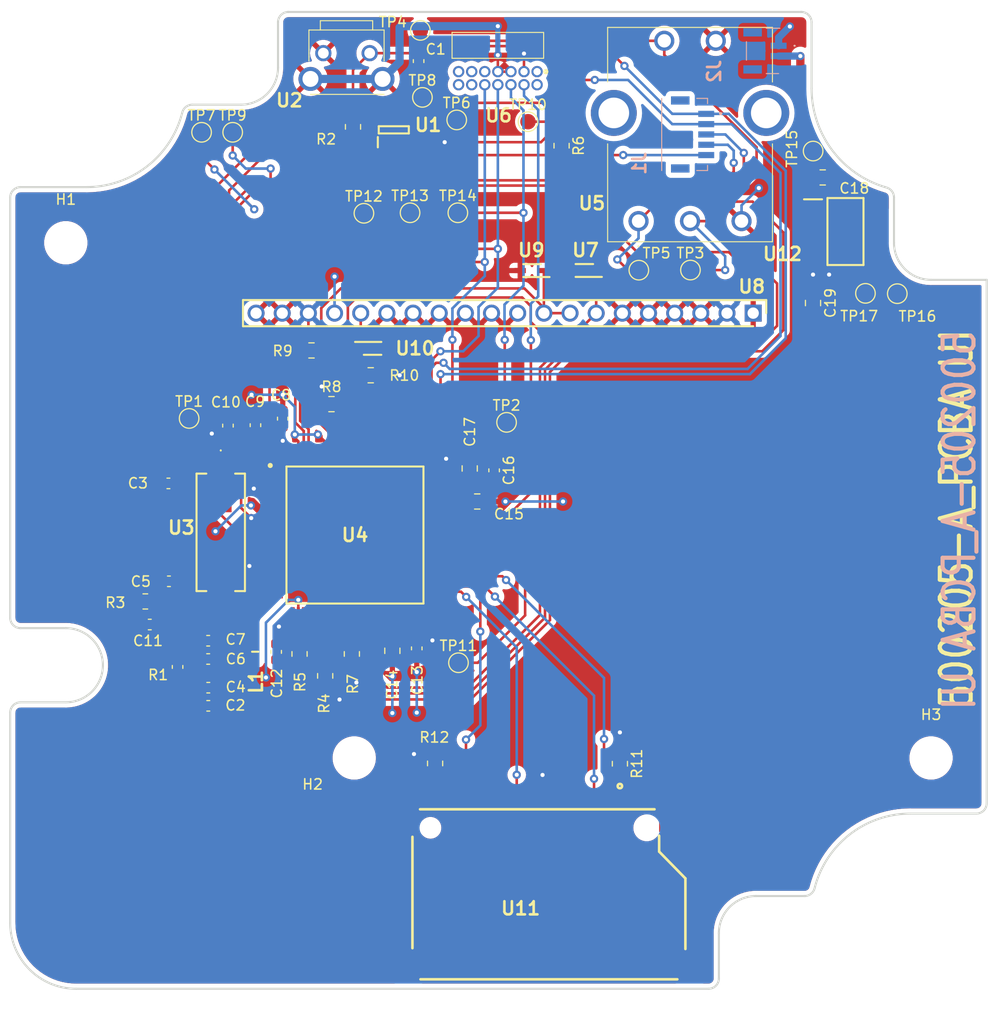
<source format=kicad_pcb>
(kicad_pcb (version 20240108) (generator "pcbnew") (generator_version "8.0")
  (layers (0 "F.Cu" signal) (31 "B.Cu" signal) (34 "B.Paste" user) (35 "F.Paste" user) (36 "B.SilkS" user "B.Silkscreen") (37 "F.SilkS" user "F.Silkscreen") (38 "B.Mask" user) (39 "F.Mask" user) (44 "Edge.Cuts" user))
  (net 0 "")
  (net 1 "Net-(C1-Pad1)")
  (net 2 "GND")
  (net 3 "Net-(C2-Pad1)")
  (net 4 "Net-(C3-Pad1)")
  (net 5 "Net-(C5-Pad1)")
  (net 6 "Net-(C6-Pad1)")
  (net 7 "+3V3")
  (net 8 "Net-(C14-Pad1)")
  (net 9 "Net-(C15-Pad1)")
  (net 10 "+5V")
  (net 11 "MTR_PID1")
  (net 12 "MTR_PID2")
  (net 13 "BLWR_PID")
  (net 14 "HTR_PID")
  (net 15 "THRM")
  (net 18 "Net-(L1-Pad2)")
  (net 19 "Net-(R3-Pad2)")
  (net 20 "CH{slash}B ENC")
  (net 21 "CH{slash}A ENC")
  (net 22 "SW ENC")
  (net 23 "SCL_DISP")
  (net 24 "SDA_DISP")
  (net 25 "{slash}RES_DISP")
  (net 26 "SD_CS")
  (net 27 "SD_CARD_DET")
  (net 28 "JTMS{slash}SWIO")
  (net 29 "JTDI")
  (net 30 "JTDO")
  (net 31 "SWCLK")
  (net 64 "SD_SCLK")
  (net 65 "SD_MISO")
  (net 66 "SD_MOSI")
  (footprint "Capacitor_SMD:C_0603_1608Metric" (layer "F.Cu") (at 71.83 119.94)
    (property "Reference" "C2")
    (property "Value" "100 nF")
  )
  (footprint "Resistor_SMD:R_0805_2012Metric" (layer "F.Cu") (at 93.85 125.53 -90)
    (property "Reference" "R12")
    (property "Value" "10K")
  )
  (footprint "TestPoint:TestPoint_Pad_D1.5mm" (layer "F.Cu") (at 138.72 79.94)
    (property "Reference" "TP16")
    (property "Value" "TestPoint")
  )
  (footprint "TestPoint:TestPoint_Pad_D1.5mm" (layer "F.Cu") (at 95.95 63.08)
    (property "Reference" "TP6")
    (property "Value" "TestPoint")
  )
  (footprint "PESD3V3L1BA:SOD2512X110N" (layer "F.Cu") (at 103.26 77.7 180)
    (property "Reference" "U9")
    (property "Value" "PESD3V3L1BA" (hide yes))
  )
  (footprint "Capacitor_SMD:C_0603_1608Metric" (layer "F.Cu") (at 71.83 118.18)
    (property "Reference" "C4")
    (property "Value" "100 nF")
  )
  (footprint "FTSH-107-01-L-D-RA:FTSH-107-XX-YYY-D-RA" (layer "F.Cu") (at 103.7525 58.3925 180)
    (property "Reference" "U6")
    (property "Value" "FTSH-107-01-L-D-RA" (hide yes))
  )
  (footprint "Capacitor_SMD:C_0603_1608Metric" (layer "F.Cu") (at 78.42 114.705 -90)
    (property "Reference" "C12")
    (property "Value" "100 nF")
  )
  (footprint "Capacitor_SMD:C_0603_1608Metric" (layer "F.Cu") (at 68.85 116.165 90)
    (property "Reference" "R1")
    (property "Value" "0 R")
  )
  (footprint "BAT54:SOT95P240X120-3N" (layer "F.Cu") (at 89.84 64.04 90)
    (property "Reference" "U1")
    (property "Value" "BAT54" (hide yes))
  )
  (footprint "TestPoint:TestPoint_Pad_D1.5mm" (layer "F.Cu") (at 92.42 54.39)
    (property "Reference" "TP4")
    (property "Value" "TestPoint")
  )
  (footprint "TestPoint:TestPoint_Pad_D1.5mm" (layer "F.Cu") (at 71.18 64.28)
    (property "Reference" "TP7")
    (property "Value" "TestPoint")
  )
  (footprint "TestPoint:TestPoint_Pad_D1.5mm" (layer "F.Cu") (at 130.55 66.1)
    (property "Reference" "TP15")
    (property "Value" "TestPoint")
  )
  (footprint "TestPoint:TestPoint_Pad_D1.5mm" (layer "F.Cu") (at 92.62 60.89)
    (property "Reference" "TP8")
    (property "Value" "TestPoint")
  )
  (footprint "Capacitor_SMD:C_0603_1608Metric" (layer "F.Cu") (at 99.58 97.085 -90)
    (property "Reference" "C16")
    (property "Value" "100 nF")
  )
  (footprint "Resistor_SMD:R_0805_2012Metric" (layer "F.Cu") (at 106.13 65.58 -90)
    (property "Reference" "R6")
    (property "Value" "10K")
  )
  (footprint "Capacitor_SMD:C_0603_1608Metric" (layer "F.Cu") (at 71.82 115.395)
    (property "Reference" "C6")
    (property "Value" "100 nF")
  )
  (footprint "TestPoint:TestPoint_Pad_D1.5mm" (layer "F.Cu") (at 74.2 64.28)
    (property "Reference" "TP9")
    (property "Value" "TestPoint")
  )
  (footprint "TestPoint:TestPoint_Pad_D1.5mm" (layer "F.Cu") (at 118.64 77.65)
    (property "Reference" "TP3")
    (property "Value" "TestPoint")
  )
  (footprint "Capacitor_SMD:C_0603_1608Metric" (layer "F.Cu") (at 92.25 57.37 -90)
    (property "Reference" "C1")
    (property "Value" "100 nF")
  )
  (footprint "DW-20-07-T-S-200:HDRV20W64P0X254_1X20_5080X254X1067P" (layer "F.Cu") (at 124.73 81.83)
    (property "Reference" "U8")
    (property "Value" "DW-20-07-T-S-200" (hide yes))
  )
  (footprint "MountingHole:MountingHole_3.2mm_M3" (layer "F.Cu") (at 142 125)
    (property "Reference" "H3")
    (property "Value" "3.2 mm Mounting Hole")
  )
  (footprint "TestPoint:TestPoint_Pad_D1.5mm" (layer "F.Cu") (at 96.06 72.09)
    (property "Reference" "TP14")
    (property "Value" "TestPoint")
  )
  (footprint "TestPoint:TestPoint_Pad_D1.5mm" (layer "F.Cu") (at 69.97 92.05)
    (property "Reference" "TP1")
    (property "Value" "TestPoint")
  )
  (footprint "Capacitor_SMD:C_0603_1608Metric" (layer "F.Cu") (at 66.15 112.05 180)
    (property "Reference" "C11")
    (property "Value" "100 nF")
  )
  (footprint "Capacitor_SMD:C_0603_1608Metric" (layer "F.Cu") (at 73.74 92.745 90)
    (property "Reference" "C10")
    (property "Value" "100 nF")
  )
  (footprint "BLM18KG121TN1D:BLM18EG101TH1D" (layer "F.Cu") (at 76.38 114.69 90)
    (property "Reference" "L1")
    (property "Value" "BLM18KG121TN1D" (hide yes))
  )
  (footprint "TestPoint:TestPoint_Pad_D1.5mm" (layer "F.Cu") (at 102.87 63.25)
    (property "Reference" "TP10")
    (property "Value" "TestPoint")
  )
  (footprint "PEC16-4215F-S0024:PEC164120FS0012" (layer "F.Cu") (at 113.6 72.9)
    (property "Reference" "U5")
    (property "Value" "PEC16-4215F-S0024" (hide yes))
  )
  (footprint "Capacitor_SMD:C_0603_1608Metric" (layer "F.Cu") (at 79.06 92.07 90)
    (property "Reference" "C8")
    (property "Value" "100 nF")
  )
  (footprint "TestPoint:TestPoint_Pad_D1.5mm" (layer "F.Cu") (at 96.12 115.76)
    (property "Reference" "TP11")
    (property "Value" "TestPoint")
  )
  (footprint "Capacitor_SMD:C_0805_2012Metric" (layer "F.Cu") (at 130.54 80.85 -90)
    (property "Reference" "C19")
    (property "Value" "1 uF")
  )
  (footprint "Capacitor_SMD:C_0805_2012Metric" (layer "F.Cu") (at 97.21 96.905 -90)
    (property "Reference" "C17")
    (property "Value" "10 uF")
  )
  (footprint "TestPoint:TestPoint_Pad_D1.5mm" (layer "F.Cu") (at 100.79 92.43)
    (property "Reference" "TP2")
    (property "Value" "TestPoint")
  )
  (footprint "ABLS2-12:ABLS" (layer "F.Cu") (at 73.04 103.105 -90)
    (property "Reference" "U3")
    (property "Value" "ABLS2-12.000MHZ-D4Y-T" (hide yes))
  )
  (footprint "Capacitor_SMD:C_0603_1608Metric" (layer "F.Cu") (at 76.41 92.705 90)
    (property "Reference" "C9")
    (property "Value" "100 nF")
  )
  (footprint "Capacitor_SMD:C_0805_2012Metric" (layer "F.Cu") (at 131.48 68.66)
    (property "Reference" "C18")
    (property "Value" "4.4 uF")
  )
  (footprint "MCP1826ST-3302E_DB:SOT230P700X180-4N" (layer "F.Cu") (at 133.69 73.91)
    (property "Reference" "U12")
    (property "Value" "MCP1826ST-3302E_DB" (hide yes))
  )
  (footprint "MountingHole:MountingHole_3.2mm_M3" (layer "F.Cu") (at 58 75)
    (property "Reference" "H1")
    (property "Value" "3.2 mm Mounting Hole")
  )
  (footprint "Capacitor_SMD:C_0805_2012Metric" (layer "F.Cu") (at 87.6 87.86 180)
    (property "Reference" "R10")
    (property "Value" "10K")
  )
  (footprint "Capacitor_SMD:C_0603_1608Metric" (layer "F.Cu") (at 68.01 107.855 180)
    (property "Reference" "C5")
    (property "Value" "18 pF")
  )
  (footprint "Capacitor_SMD:C_0603_1608Metric" (layer "F.Cu") (at 92.07 114.365 -90)
    (property "Reference" "C13")
    (property "Value" "100 nF")
  )
  (footprint "Resistor_SMD:R_0805_2012Metric" (layer "F.Cu") (at 111.79 125.56 -90)
    (property "Reference" "R11")
    (property "Value" "10K")
  )
  (footprint "B3F-3100:B3F3100" (layer "F.Cu") (at 85.25 54.35 180)
    (property "Reference" "U2")
    (property "Value" "B3F-3100" (hide yes))
  )
  (footprint "Resistor_SMD:R_0805_2012Metric" (layer "F.Cu") (at 65.72 109.81)
    (property "Reference" "R3")
    (property "Value" "1K")
  )
  (footprint "Resistor_SMD:R_0805_2012Metric" (layer "F.Cu") (at 83.18 117.0325 90)
    (property "Reference" "R4")
    (property "Value" "10K")
  )
  (footprint "TestPoint:TestPoint_Pad_D1.5mm" (layer "F.Cu") (at 135.63 79.91)
    (property "Reference" "TP17")
    (property "Value" "TestPoint")
  )
  (footprint "TestPoint:TestPoint_Pad_D1.5mm" (layer "F.Cu") (at 113.63 77.66)
    (property "Reference" "TP5")
    (property "Value" "TestPoint")
  )
  (footprint "Capacitor_SMD:C_0805_2012Metric" (layer "F.Cu") (at 89.7 114.6 -90)
    (property "Reference" "C14")
    (property "Value" "2.2 uF")
  )
  (footprint "6930630220911:693063020911" (layer "F.Cu") (at 104.9 129.9805)
    (property "Reference" "U11")
    (property "Value" "693063020911" (hide yes))
  )
  (footprint "Resistor_SMD:R_0805_2012Metric" (layer "F.Cu") (at 85.77 114.905 90)
    (property "Reference" "R7")
    (property "Value" "10K")
  )
  (footprint "Capacitor_SMD:C_0805_2012Metric" (layer "F.Cu") (at 83.79 90.66)
    (property "Reference" "R8")
    (property "Value" "10K")
  )
  (footprint "STM32F407VGT6:QFP50P1600X1600X160-100N" (layer "F.Cu") (at 86.07 103.365)
    (property "Reference" "U4")
    (property "Value" "STM32F407VGT6" (hide yes))
  )
  (footprint "PESD3V3L1BA:SOD2512X110N" (layer "F.Cu") (at 108.34 77.69 180)
    (property "Reference" "U7")
    (property "Value" "PESD3V3L1BA" (hide yes))
  )
  (footprint "PESD3V3L1BA:SOD2512X110N" (layer "F.Cu") (at 87.78 85.25)
    (property "Reference" "U10")
    (property "Value" "PESD3V3L1BA" (hide yes))
  )
  (footprint "MountingHole:MountingHole_3.2mm_M3" (layer "F.Cu") (at 86 125)
    (property "Reference" "H2")
    (property "Value" "3.2 mm Mounting Hole")
  )
  (footprint "Capacitor_SMD:C_0603_1608Metric" (layer "F.Cu") (at 67.96 98.355 180)
    (property "Reference" "C3")
    (property "Value" "18 pF")
  )
  (footprint "TestPoint:TestPoint_Pad_D1.5mm" (layer "F.Cu") (at 91.42 72.09)
    (property "Reference" "TP13")
    (property "Value" "TestPoint")
  )
  (footprint "Capacitor_SMD:C_0603_1608Metric" (layer "F.Cu") (at 71.82 113.625)
    (property "Reference" "C7")
    (property "Value" "100 nF")
  )
  (footprint "Capacitor_SMD:C_0805_2012Metric" (layer "F.Cu") (at 81.85 85.45)
    (property "Reference" "R9")
    (property "Value" "10K")
  )
  (footprint "Capacitor_SMD:C_0805_2012Metric" (layer "F.Cu") (at 97.94 100.11)
    (property "Reference" "C15")
    (property "Value" "2.2 uF")
  )
  (footprint "Resistor_SMD:R_0805_2012Metric" (layer "F.Cu") (at 80.69 114.905 90)
    (property "Reference" "R5")
    (property "Value" "10K")
  )
  (footprint "Resistor_SMD:R_0805_2012Metric" (layer "F.Cu") (at 85.88 63.75 90)
    (property "Reference" "R2")
    (property "Value" "10K")
  )
  (footprint "TestPoint:TestPoint_Pad_D1.5mm" (layer "F.Cu") (at 86.94 72.14)
    (property "Reference" "TP12")
    (property "Value" "TestPoint")
  )
  (footprint "T1M-02-F-SV-L:T1M02FSVL" (layer "B.Cu") (at 125.7 56.38 -90)
    (property "Reference" "J2")
    (property "Value" "T1M-02-F-SV-L" (hide yes))
  )
  (footprint "T1M-05-F-SV-L:T1M05FSVL" (layer "B.Cu") (at 116.75 64.49 -90)
    (property "Reference" "J1")
    (property "Value" "T1M-05-F-SV-L" (hide yes))
  )
  (gr_arc (start 130.693266 137.645283) (mid 134.102767 132.424867) (end 140 130.4) (stroke (width 0.2)) (layer "Edge.Cuts"))
  (gr_arc (start 69.306735 62.354717) (mid 69.661891 61.810924) (end 70.276186 61.6) (stroke (width 0.2)) (layer "Edge.Cuts"))
  (gr_arc (start 69.306735 62.354717) (mid 65.897233 67.575133) (end 60 69.6) (stroke (width 0.2)) (layer "Edge.Cuts"))
  (gr_line (start 130.4 60.016995) (end 130.4 53.6) (stroke (width 0.2)) (layer "Edge.Cuts"))
  (gr_line (start 146.4 130.4) (end 140 130.4) (stroke (width 0.2)) (layer "Edge.Cuts"))
  (gr_line (start 138.4 70.6) (end 138.4 75) (stroke (width 0.2)) (layer "Edge.Cuts"))
  (gr_arc (start 52.6 70.6) (mid 52.892894 69.892894) (end 53.6 69.6) (stroke (width 0.2)) (layer "Edge.Cuts"))
  (gr_arc (start 59 147.4) (mid 54.474517 145.525483) (end 52.6 141) (stroke (width 0.2)) (layer "Edge.Cuts"))
  (gr_arc (start 78.6 58) (mid 77.545585 60.545585) (end 75 61.6) (stroke (width 0.2)) (layer "Edge.Cuts"))
  (gr_arc (start 129.4 52.6) (mid 130.107106 52.892894) (end 130.4 53.6) (stroke (width 0.2)) (layer "Edge.Cuts"))
  (gr_arc (start 121.4 142) (mid 122.454416 139.454416) (end 125 138.4) (stroke (width 0.2)) (layer "Edge.Cuts"))
  (gr_arc (start 58 112.4) (mid 61.6 116) (end 58 119.6) (stroke (width 0.2)) (layer "Edge.Cuts"))
  (gr_arc (start 142 78.6) (mid 139.454416 77.545584) (end 138.4 75) (stroke (width 0.2)) (layer "Edge.Cuts"))
  (gr_arc (start 52.6 120.6) (mid 52.892894 119.892894) (end 53.6 119.6) (stroke (width 0.2)) (layer "Edge.Cuts"))
  (gr_arc (start 130.693266 137.645283) (mid 130.33811 138.189077) (end 129.723814 138.4) (stroke (width 0.2)) (layer "Edge.Cuts"))
  (gr_arc (start 121.4 146.4) (mid 121.107107 147.107107) (end 120.4 147.4) (stroke (width 0.2)) (layer "Edge.Cuts"))
  (gr_line (start 52.6 70.6) (end 52.6 111.4) (stroke (width 0.2)) (layer "Edge.Cuts"))
  (gr_arc (start 137.672727 69.637909) (mid 138.197724 69.996978) (end 138.4 70.6) (stroke (width 0.2)) (layer "Edge.Cuts"))
  (gr_arc (start 147.4 129.4) (mid 147.107107 130.107107) (end 146.4 130.4) (stroke (width 0.2)) (layer "Edge.Cuts"))
  (gr_line (start 121.4 146.4) (end 121.4 142) (stroke (width 0.2)) (layer "Edge.Cuts"))
  (gr_arc (start 78.6 53.6) (mid 78.892894 52.892894) (end 79.6 52.6) (stroke (width 0.2)) (layer "Edge.Cuts"))
  (gr_line (start 147.4 78.6) (end 147.4 129.4) (stroke (width 0.2)) (layer "Edge.Cuts"))
  (gr_line (start 70.276186 61.6) (end 75 61.6) (stroke (width 0.2)) (layer "Edge.Cuts"))
  (gr_line (start 58 112.4) (end 53.6 112.4) (stroke (width 0.2)) (layer "Edge.Cuts"))
  (gr_line (start 147.4 78.6) (end 142 78.6) (stroke (width 0.2)) (layer "Edge.Cuts"))
  (gr_line (start 120.4 147.4) (end 59 147.4) (stroke (width 0.2)) (layer "Edge.Cuts"))
  (gr_line (start 78.6 53.6) (end 78.6 58) (stroke (width 0.2)) (layer "Edge.Cuts"))
  (gr_line (start 52.6 120.6) (end 52.6 141) (stroke (width 0.2)) (layer "Edge.Cuts"))
  (gr_arc (start 53.6 112.4) (mid 52.892893 112.107107) (end 52.6 111.4) (stroke (width 0.2)) (layer "Edge.Cuts"))
  (gr_line (start 129.4 52.6) (end 79.6 52.6) (stroke (width 0.2)) (layer "Edge.Cuts"))
  (gr_line (start 129.723814 138.4) (end 125 138.4) (stroke (width 0.2)) (layer "Edge.Cuts"))
  (gr_line (start 53.6 69.6) (end 60 69.6) (stroke (width 0.2)) (layer "Edge.Cuts"))
  (gr_line (start 58 119.6) (end 53.6 119.6) (stroke (width 0.2)) (layer "Edge.Cuts"))
  (gr_arc (start 137.672727 69.637909) (mid 132.42276 66.047222) (end 130.4 60.016995) (stroke (width 0.2)) (layer "Edge.Cuts"))
  (gr_text "500205-A_PCBA UI" (at 144.75 101.94 90) (layer "B.SilkS") (effects (font (size 3 2.5) (thickness 0.4)) (justify mirror)))
  (gr_text "500205-A_PCBA UI" (at 144.48 101.81 90) (layer "F.SilkS") (effects (font (size 3 2.5) (thickness 0.4))))
  (gr_text "" (at 105.85 149.664 0) (layer "Edge.Cuts") (effects (font (size 3.047999 2.7432) (thickness 0.380999)) (justify top)))
  (segment (start 79.3125 62.8375) (end 63.34 78.81) (width 0.25) (layer "F.Cu") (net 1))
  (segment (start 63.34 78.81) (end 63.34 108.3425) (width 0.25) (layer "F.Cu") (net 1))
  (segment (start 87.5 56.6) (end 92.245 56.6) (width 0.25) (layer "F.Cu") (net 1))
  (segment (start 92.245 56.6) (end 92.25 56.595) (width 0.25) (layer "F.Cu") (net 1))
  (segment (start 85.88 62.8375) (end 79.3125 62.8375) (width 0.25) (layer "F.Cu") (net 1))
  (segment (start 85.8825 62.84) (end 89.84 62.84) (width 0.25) (layer "F.Cu") (net 1))
  (segment (start 85.88 62.8375) (end 85.8825 62.84) (width 0.25) (layer "F.Cu") (net 1))
  (segment (start 85.88 58.22) (end 85.88 62.8375) (width 0.25) (layer "F.Cu") (net 1))
  (segment (start 87.5 56.6) (end 85.88 58.22) (width 0.25) (layer "F.Cu") (net 1))
  (segment (start 63.34 108.3425) (end 64.8075 109.81) (width 0.25) (layer "F.Cu") (net 1))
  (segment (start 86.22 112.97) (end 87.12 112.97) (width 0.25) (layer "F.Cu") (net 2))
  (segment (start 136.84 73.91) (end 136.84 78.06) (width 0.25) (layer "F.Cu") (net 2))
  (segment (start 98.89 100.11) (end 100.68 100.11) (width 0.25) (layer "F.Cu") (net 2))
  (segment (start 99.9425 56.7925) (end 99.94 56.79) (width 0.25) (layer "F.Cu") (net 2))
  (segment (start 79.06 91.295) (end 79.06 89.75) (width 0.25) (layer "F.Cu") (net 2))
  (segment (start 97.2 97.865) (end 97.21 97.855) (width 0.25) (layer "F.Cu") (net 2))
  (segment (start 80.57 107.89) (end 80.57 109.66) (width 0.25) (layer "F.Cu") (net 2))
  (segment (start 80.57 111.103) (end 80.57 109.66) (width 0.25) (layer "F.Cu") (net 2))
  (segment (start 83.07 95.627) (end 83.07 94.21) (width 0.25) (layer "F.Cu") (net 2))
  (segment (start 80.57 94.27) (end 80.57 95.627) (width 0.25) (layer "F.Cu") (net 2))
  (segment (start 99.9425 58.3925) (end 101.2125 58.3925) (width 0.25) (layer "F.Cu") (net 2))
  (segment (start 87.12 112.97) (end 89.7 115.55) (width 0.25) (layer "F.Cu") (net 2))
  (segment (start 92.07 115.14) (end 92.07 116.66) (width 0.25) (layer "F.Cu") (net 2))
  (segment (start 83.07 94.21) (end 82.47 93.61) (width 0.25) (layer "F.Cu") (net 2))
  (segment (start 97.21 97.855) (end 99.575 97.855) (width 0.25) (layer "F.Cu") (net 2))
  (segment (start 77.345 101.865) (end 75.97 100.49) (width 0.25) (layer "F.Cu") (net 2))
  (segment (start 79.545 106.865) (end 80.57 107.89) (width 0.25) (layer "F.Cu") (net 2))
  (segment (start 83.07 95.627) (end 83.07 105.39) (width 0.25) (layer "F.Cu") (net 2))
  (segment (start 85.57 111.103) (end 85.57 112.32) (width 0.25) (layer "F.Cu") (net 2))
  (segment (start 99.9425 58.3925) (end 99.9425 56.7925) (width 0.25) (layer "F.Cu") (net 2))
  (segment (start 93.808 97.865) (end 97.2 97.865) (width 0.25) (layer "F.Cu") (net 2))
  (segment (start 89.7 115.55) (end 91.66 115.55) (width 0.25) (layer "F.Cu") (net 2))
  (segment (start 89.7 115.55) (end 89.7 117.07) (width 0.25) (layer "F.Cu") (net 2))
  (segment (start 136.84 78.06) (end 138.72 79.94) (width 0.25) (layer "F.Cu") (net 2))
  (segment (start 99.575 97.855) (end 99.58 97.86) (width 0.25) (layer "F.Cu") (net 2))
  (segment (start 85.57 112.32) (end 86.22 112.97) (width 0.25) (layer "F.Cu") (net 2))
  (segment (start 78.332 106.865) (end 79.545 106.865) (width 0.25) (layer "F.Cu") (net 2))
  (segment (start 80.23 93.61) (end 80.23 93.93) (width 0.25) (layer "F.Cu") (net 2))
  (segment (start 78.332 101.865) (end 77.345 101.865) (width 0.25) (layer "F.Cu") (net 2))
  (segment (start 83.07 105.39) (end 80.57 107.89) (width 0.25) (layer "F.Cu") (net 2))
  (segment (start 80.23 93.93) (end 80.57 94.27) (width 0.25) (layer "F.Cu") (net 2))
  (segment (start 91.66 115.55) (end 92.07 115.14) (width 0.25) (layer "F.Cu") (net 2))
  (via (at 82.47 93.61) (size 0.8) (drill 0.4) (layers "F.Cu" "B.Cu") (net 2))
  (via (at 76.03 89.75) (size 0.8) (drill 0.4) (layers "F.Cu" "B.Cu") (net 2))
  (via (at 84.09 78.28) (size 0.8) (drill 0.4) (layers "F.Cu" "B.Cu") (net 2))
  (via (at 89.7 117.07) (size 0.8) (drill 0.4) (layers "F.Cu" "B.Cu") (net 2))
  (via (at 75.97 100.49) (size 0.8) (drill 0.4) (layers "F.Cu" "B.Cu") (net 2))
  (via (at 128.29 54.01) (size 0.8) (drill 0.4) (layers "F.Cu" "B.Cu") (net 2))
  (via (at 125.28 69.69) (size 0.8) (drill 0.4) (layers "F.Cu" "B.Cu") (net 2))
  (via (at 77.43 117.19) (size 0.8) (drill 0.4) (layers "F.Cu" "B.Cu") (net 2))
  (via (at 80.23 93.61) (size 0.8) (drill 0.4) (layers "F.Cu" "B.Cu") (net 2))
  (via (at 100.68 100.11) (size 0.8) (drill 0.4) (layers "F.Cu" "B.Cu") (net 2))
  (via (at 72.53 103) (size 0.8) (drill 0.4) (layers "F.Cu" "B.Cu") (net 2))
  (via (at 92.07 120.6) (size 0.8) (drill 0.4) (layers "F.Cu" "B.Cu") (net 2))
  (via (at 79.06 89.75) (size 0.8) (drill 0.4) (layers "F.Cu" "B.Cu") (net 2))
  (via (at 92.07 116.66) (size 0.8) (drill 0.4) (layers "F.Cu" "B.Cu") (net 2))
  (via (at 89.7 120.64) (size 0.8) (drill 0.4) (layers "F.Cu" "B.Cu") (net 2))
  (via (at 99.94 53.98) (size 0.8) (drill 0.4) (layers "F.Cu" "B.Cu") (net 2))
  (via (at 99.94 56.79) (size 0.8) (drill 0.4) (layers "F.Cu" "B.Cu") (net 2))
  (via (at 106.27 100.11) (size 0.8) (drill 0.4) (layers "F.Cu" "B.Cu") (net 2))
  (via (at 80.57 109.66) (size 0.8) (drill 0.4) (layers "F.Cu" "B.Cu") (net 2))
  (segment (start 127.2 55.88) (end 127.2 55.1) (width 0.7) (layer "B.Cu") (net 2))
  (segment (start 100.68 100.11) (end 106.27 100.11) (width 0.25) (layer "B.Cu") (net 2))
  (segment (start 75.97 100.49) (end 75.04 100.49) (width 0.25) (layer "B.Cu") (net 2))
  (segment (start 90.4 54.12) (end 90.54 53.98) (width 0.8) (layer "B.Cu") (net 2))
  (segment (start 89.7 117.07) (end 89.7 120.64) (width 0.25) (layer "B.Cu") (net 2))
  (segment (start 79.06 89.75) (end 76.03 89.75) (width 0.25) (layer "B.Cu") (net 2))
  (segment (start 127.2 55.1) (end 128.29 54.01) (width 0.7) (layer "B.Cu") (net 2))
  (segment (start 88.75 59.1) (end 81.75 59.1) (width 0.8) (layer "B.Cu") (net 2))
  (segment (start 123.6 72.9) (end 123.6 71.37) (width 0.25) (layer "B.Cu") (net 2))
  (segment (start 90.54 53.98) (end 99.94 53.98) (width 0.8) (layer "B.Cu") (net 2))
  (segment (start 80.23 90.92) (end 79.06 89.75) (width 0.25) (layer "B.Cu") (net 2))
  (segment (start 80.57 109.66) (end 79.64 109.66) (width 0.25) (layer "B.Cu") (net 2))
  (segment (start 79.64 109.66) (end 77.52 111.78) (width 0.25) (layer "B.Cu") (net 2))
  (segment (start 82.47 93.61) (end 80.23 93.61) (width 0.25) (layer "B.Cu") (net 2))
  (segment (start 77.43 111.87) (end 77.43 117.19) (width 0.25) (layer "B.Cu") (net 2))
  (segment (start 92.07 116.66) (end 92.07 120.6) (width 0.25) (layer "B.Cu") (net 2))
  (segment (start 90.4 57.45) (end 90.4 54.12) (width 0.8) (layer "B.Cu") (net 2))
  (segment (start 99.94 56.79) (end 99.94 53.98) (width 0.5) (layer "B.Cu") (net 2))
  (segment (start 80.23 93.61) (end 80.23 90.92) (width 0.25) (layer "B.Cu") (net 2))
  (segment (start 75.04 100.49) (end 72.53 103) (width 0.25) (layer "B.Cu") (net 2))
  (segment (start 123.6 71.37) (end 125.28 69.69) (width 0.25) (layer "B.Cu") (net 2))
  (segment (start 88.75 59.1) (end 90.4 57.45) (width 0.8) (layer "B.Cu") (net 2))
  (segment (start 77.52 111.78) (end 77.43 111.87) (width 0.25) (layer "B.Cu") (net 2))
  (segment (start 84.09 81.83) (end 84.09 78.28) (width 0.25) (layer "B.Cu") (net 2))
  (segment (start 76.375 115.365) (end 74.6 117.14) (width 0.25) (layer "F.Cu") (net 3))
  (segment (start 72.095 117.14) (end 71.055 118.18) (width 0.25) (layer "F.Cu") (net 3))
  (segment (start 68.85 116.94) (end 69.815 116.94) (width 0.25) (layer "F.Cu") (net 3))
  (segment (start 69.815 116.94) (end 71.055 118.18) (width 0.25) (layer "F.Cu") (net 3))
  (segment (start 74.6 117.14) (end 72.095 117.14) (width 0.25) (layer "F.Cu") (net 3))
  (segment (start 76.38 115.365) (end 76.375 115.365) (width 0.25) (layer "F.Cu") (net 3))
  (segment (start 71.055 118.18) (end 71.055 119.94) (width 0.25) (layer "F.Cu") (net 3))
  (segment (start 74.51 102.865) (end 78.332 102.865) (width 0.25) (layer "F.Cu") (net 4))
  (segment (start 73.04 101.395) (end 73.04 98.355) (width 0.25) (layer "F.Cu") (net 4))
  (segment (start 68.735 98.355) (end 73.04 98.355) (width 0.25) (layer "F.Cu") (net 4))
  (segment (start 74.51 102.865) (end 73.04 101.395) (width 0.25) (layer "F.Cu") (net 4))
  (segment (start 68.785 107.855) (end 73.04 107.855) (width 0.25) (layer "F.Cu") (net 5))
  (segment (start 74.51 103.365) (end 73.04 104.835) (width 0.25) (layer "F.Cu") (net 5))
  (segment (start 73.04 104.835) (end 73.04 107.855) (width 0.25) (layer "F.Cu") (net 5))
  (segment (start 78.332 103.365) (end 74.51 103.365) (width 0.25) (layer "F.Cu") (net 5))
  (segment (start 75.29 115.49) (end 74.37 116.41) (width 0.25) (layer "F.Cu") (net 6))
  (segment (start 71.04 115.39) (end 71.045 115.395) (width 0.25) (layer "F.Cu") (net 6))
  (segment (start 78.332 107.365) (end 76.255 107.365) (width 0.25) (layer "F.Cu") (net 6))
  (segment (start 68.85 115.39) (end 71.04 115.39) (width 0.25) (layer "F.Cu") (net 6))
  (segment (start 75.68 113.22) (end 75.29 113.61) (width 0.25) (layer "F.Cu") (net 6))
  (segment (start 71.045 113.625) (end 71.045 115.395) (width 0.25) (layer "F.Cu") (net 6))
  (segment (start 75.68 107.94) (end 75.68 113.22) (width 0.25) (layer "F.Cu") (net 6))
  (segment (start 72.06 116.41) (end 71.045 115.395) (width 0.25) (layer "F.Cu") (net 6))
  (segment (start 76.255 107.365) (end 75.68 107.94) (width 0.25) (layer "F.Cu") (net 6))
  (segment (start 75.29 113.61) (end 75.29 115.49) (width 0.25) (layer "F.Cu") (net 6))
  (segment (start 74.37 116.41) (end 72.06 116.41) (width 0.25) (layer "F.Cu") (net 6))
  (segment (start 75.82 106.37) (end 75.23 106.96) (width 0.25) (layer "F.Cu") (net 7))
  (segment (start 81.55 84.8) (end 80.9 85.45) (width 0.25) (layer "F.Cu") (net 7))
  (segment (start 78.332 99.865) (end 77.255 99.865) (width 0.25) (layer "F.Cu") (net 7))
  (segment (start 83.18 117.945) (end 83.185 117.945) (width 0.25) (layer "F.Cu") (net 7))
  (segment (start 92.07 113.59) (end 92.07 111.103) (width 0.25) (layer "F.Cu") (net 7))
  (segment (start 79.37 112.93) (end 78.69 112.25) (width 0.25) (layer "F.Cu") (net 7))
  (segment (start 87.58 65.24) (end 88.89 65.24) (width 0.25) (layer "F.Cu") (net 7))
  (segment (start 104.275 128.9805) (end 104.275 126.655) (width 0.25) (layer "F.Cu") (net 7))
  (segment (start 81.07 112.139522) (end 80.274522 112.935) (width 0.25) (layer "F.Cu") (net 7))
  (segment (start 80.07 95.627) (end 79.707 95.627) (width 0.25) (layer "F.Cu") (net 7))
  (segment (start 75.23 106.96) (end 75.22 106.96) (width 0.25) (layer "F.Cu") (net 7))
  (segment (start 99.225 95.955) (end 99.58 96.31) (width 0.25) (layer "F.Cu") (net 7))
  (segment (start 90.79 65.24) (end 94.78 65.24) (width 0.25) (layer "F.Cu") (net 7))
  (segment (start 85.88 64.6625) (end 87.0025 64.6625) (width 0.25) (layer "F.Cu") (net 7))
  (segment (start 102.48 56.64) (end 102.48 58.39) (width 0.25) (layer "F.Cu") (net 7))
  (segment (start 78.42 113.93) (end 80.3075 115.8175) (width 0.25) (layer "F.Cu") (net 7))
  (segment (start 75.825 106.365) (end 75.82 106.37) (width 0.25) (layer "F.Cu") (net 7))
  (segment (start 76.34 93.48) (end 76.41 93.48) (width 0.25) (layer "F.Cu") (net 7))
  (segment (start 82.84 90.66) (end 82.84 88.95) (width 0.25) (layer "F.Cu") (net 7))
  (segment (start 79.707 95.627) (end 79.06 94.98) (width 0.25) (layer "F.Cu") (net 7))
  (segment (start 77.255 99.865) (end 76.25 98.86) (width 0.25) (layer "F.Cu") (net 7))
  (segment (start 135.63 79.91) (end 130.55 79.91) (width 0.25) (layer "F.Cu") (net 7))
  (segment (start 76.64 102.365) (end 76.64 102.36) (width 0.25) (layer "F.Cu") (net 7))
  (segment (start 67.34 111.635) (end 66.925 112.05) (width 0.25) (layer "F.Cu") (net 7))
  (segment (start 74.605718 111.635) (end 67.34 111.635) (width 0.25) (layer "F.Cu") (net 7))
  (segment (start 98.45 92.43) (end 94.92 95.96) (width 0.25) (layer "F.Cu") (net 7))
  (segment (start 72.17 93.52) (end 71.44 93.52) (width 0.25) (layer "F.Cu") (net 7))
  (segment (start 83.185 117.945) (end 84.57 119.33) (width 0.25) (layer "F.Cu") (net 7))
  (segment (start 93.808 97.365) (end 93.808 97.072) (width 0.25) (layer "F.Cu") (net 7))
  (segment (start 75.21952 111.021198) (end 74.605718 111.635) (width 0.25) (layer "F.Cu") (net 7))
  (segment (start 79.06 92.845) (end 79.06 94.22) (width 0.25) (layer "F.Cu") (net 7))
  (segment (start 80.274522 112.935) (end 79.37 112.935) (width 0.25) (layer "F.Cu") (net 7))
  (segment (start 92.07 113.59) (end 93.59 113.59) (width 0.25) (layer "F.Cu") (net 7))
  (segment (start 81.55 81.83) (end 81.55 84.8) (width 0.25) (layer "F.Cu") (net 7))
  (segment (start 76.25 93.64) (end 76.41 93.48) (width 0.25) (layer "F.Cu") (net 7))
  (segment (start 94.78 65.24) (end 104.13 65.24) (width 0.25) (layer "F.Cu") (net 7))
  (segment (start 79.37 112.935) (end 78.42 113.885) (width 0.25) (layer "F.Cu") (net 7))
  (segment (start 75.02 100.745) (end 75.02 94.8) (width 0.25) (layer "F.Cu") (net 7))
  (segment (start 75.21952 106.96048) (end 75.21952 111.021198) (width 0.25) (layer "F.Cu") (net 7))
  (segment (start 85.77 115.8175) (end 85.77 117.24) (width 0.25) (layer "F.Cu") (net 7))
  (segment (start 100.79 92.43) (end 98.45 92.43) (width 0.25) (layer "F.Cu") (net 7))
  (segment (start 88.89 65.24) (end 90.79 65.24) (width 0.25) (layer "F.Cu") (net 7))
  (segment (start 79.06 94.98) (end 79.06 94.22) (width 0.25) (layer "F.Cu") (net 7))
  (segment (start 111.79 124.6475) (end 111.79 122.52) (width 0.25) (layer "F.Cu") (net 7))
  (segment (start 85.77 117.24) (end 86.21 117.68) (width 0.25) (layer "F.Cu") (net 7))
  (segment (start 73.74 93.52) (end 72.17 93.52) (width 0.25) (layer "F.Cu") (net 7))
  (segment (start 81.07 111.103) (end 81.07 112.139522) (width 0.25) (layer "F.Cu") (net 7))
  (segment (start 104.13 65.24) (end 104.7025 64.6675) (width 0.25) (layer "F.Cu") (net 7))
  (segment (start 78.332 102.365) (end 76.64 102.365) (width 0.25) (layer "F.Cu") (net 7))
  (segment (start 106.13 64.6675) (end 104.7025 64.6675) (width 0.25) (layer "F.Cu") (net 7))
  (segment (start 130.54 78.09) (end 132.1 78.09) (width 1) (layer "F.Cu") (net 7))
  (segment (start 104.275 126.655) (end 104.28 126.65) (width 0.25) (layer "F.Cu") (net 7))
  (segment (start 79.37 112.935) (end 79.37 112.93) (width 0.25) (layer "F.Cu") (net 7))
  (segment (start 97.21 95.955) (end 94.925 95.955) (width 0.25) (layer "F.Cu") (net 7))
  (segment (start 78.42 113.885) (end 78.42 113.93) (width 0.25) (layer "F.Cu") (net 7))
  (segment (start 88.55 87.86) (end 90.41 87.86) (width 0.25) (layer "F.Cu") (net 7))
  (segment (start 91.8025 124.6175) (end 91.8 124.62) (width 0.25) (layer "F.Cu") (net 7))
  (segment (start 78.332 106.365) (end 75.825 106.365) (width 0.25) (layer "F.Cu") (net 7))
  (segment (start 87.0025 64.6625) (end 87.58 65.24) (width 0.25) (layer "F.Cu") (net 7))
  (segment (start 102.48 58.39) (end 102.4825 58.3925) (width 0.25) (layer "F.Cu") (net 7))
  (segment (start 93.808 97.072) (end 94.92 95.96) (width 0.25) (layer "F.Cu") (net 7))
  (segment (start 75.02 100.745) (end 75.025 100.745) (width 0.25) (layer "F.Cu") (net 7))
  (segment (start 71.44 93.52) (end 69.97 92.05) (width 0.25) (layer "F.Cu") (net 7))
  (segment (start 76.25 98.86) (end 76.25 93.64) (width 0.25) (layer "F.Cu") (net 7))
  (segment (start 97.21 95.955) (end 99.225 95.955) (width 0.25) (layer "F.Cu") (net 7))
  (segment (start 130.54 78.09) (end 130.54 79.9) (width 1) (layer "F.Cu") (net 7))
  (segment (start 75.22 106.96) (end 75.21952 106.96048) (width 0.25) (layer "F.Cu") (net 7))
  (segment (start 130.55 79.91) (end 130.54 79.9) (width 0.25) (layer "F.Cu") (net 7))
  (segment (start 76.64 102.36) (end 76 101.72) (width 0.25) (layer "F.Cu") (net 7))
  (segment (start 94.925 95.955) (end 94.92 95.96) (width 0.25) (layer "F.Cu") (net 7))
  (segment (start 80.3075 115.8175) (end 80.69 115.8175) (width 0.25) (layer "F.Cu") (net 7))
  (segment (start 93.85 124.6175) (end 91.8025 124.6175) (width 0.25) (layer "F.Cu") (net 7))
  (segment (start 75.025 100.745) (end 76 101.72) (width 0.25) (layer "F.Cu") (net 7))
  (segment (start 75.02 94.8) (end 73.74 93.52) (width 0.25) (layer "F.Cu") (net 7))
  (segment (start 130.54 76.21) (end 130.54 78.09) (width 1) (layer "F.Cu") (net 7))
  (via (at 93.59 113.59) (size 0.8) (drill 0.4) (layers "F.Cu" "B.Cu") (net 7))
  (via (at 132.1 78.09) (size 0.8) (drill 0.4) (layers "F.Cu" "B.Cu") (net 7))
  (via (at 104.28 126.65) (size 0.8) (drill 0.4) (layers "F.Cu" "B.Cu") (net 7))
  (via (at 76 101.72) (size 0.8) (drill 0.4) (layers "F.Cu" "B.Cu") (net 7))
  (via (at 102.48 56.64) (size 0.8) (drill 0.4) (layers "F.Cu" "B.Cu") (net 7))
  (via (at 76.25 98.86) (size 0.8) (drill 0.4) (layers "F.Cu" "B.Cu") (net 7))
  (via (at 84.57 119.33) (size 0.8) (drill 0.4) (layers "F.Cu" "B.Cu") (net 7))
  (via (at 82.84 88.95) (size 0.8) (drill 0.4) (layers "F.Cu" "B.Cu") (net 7))
  (via (at 78.69 112.25) (size 0.8) (drill 0.4) (layers "F.Cu" "B.Cu") (net 7))
  (via (at 86.21 117.68) (size 0.8) (drill 0.4) (layers "F.Cu" "B.Cu") (net 7))
  (via (at 91.8 124.62) (size 0.8) (drill 0.4) (layers "F.Cu" "B.Cu") (net 7))
  (via (at 75.82 106.37) (size 0.8) (drill 0.4) (layers "F.Cu" "B.Cu") (net 7))
  (via (at 72.17 93.52) (size 0.8) (drill 0.4) (layers "F.Cu" "B.Cu") (net 7))
  (via (at 94.78 65.24) (size 0.8) (drill 0.4) (layers "F.Cu" "B.Cu") (net 7))
  (via (at 79.06 94.22) (size 0.8) (drill 0.4) (layers "F.Cu" "B.Cu") (net 7))
  (via (at 111.79 122.52) (size 0.8) (drill 0.4) (layers "F.Cu" "B.Cu") (net 7))
  (via (at 90.41 87.86) (size 0.8) (drill 0.4) (layers "F.Cu" "B.Cu") (net 7))
  (via (at 130.54 78.09) (size 0.8) (drill 0.4) (layers "F.Cu" "B.Cu") (net 7))
  (via (at 94.92 95.96) (size 0.8) (drill 0.4) (layers "F.Cu" "B.Cu") (net 7))
  (segment (start 102.4825 56.6425) (end 102.48 56.64) (width 0.25) (layer "B.Cu") (net 7))
  (segment (start 91.57 112.46) (end 91.57 111.103) (width 0.25) (layer "F.Cu") (net 8))
  (segment (start 91.13 112.9) (end 91.57 112.46) (width 0.25) (layer "F.Cu") (net 8))
  (segment (start 89.7 113.65) (end 90.45 112.9) (width 0.25) (layer "F.Cu") (net 8))
  (segment (start 90.45 112.9) (end 91.13 112.9) (width 0.25) (layer "F.Cu") (net 8))
  (segment (start 93.808 98.365) (end 95.835 98.365) (width 0.25) (layer "F.Cu") (net 9))
  (segment (start 96.99 99.52) (end 96.99 100.11) (width 0.25) (layer "F.Cu") (net 9))
  (segment (start 95.835 98.365) (end 96.99 99.52) (width 0.25) (layer "F.Cu") (net 9))
  (segment (start 129.31 56.88) (end 129.31 64.86) (width 0.8) (layer "F.Cu") (net 10))
  (segment (start 130.54 70.06) (end 130.54 68.67) (width 0.8) (layer "F.Cu") (net 10))
  (segment (start 130.55 66.1) (end 130.55 68.64) (width 0.8) (layer "F.Cu") (net 10))
  (segment (start 130.54 68.67) (end 130.53 68.66) (width 0.25) (layer "F.Cu") (net 10))
  (segment (start 130.54 71.61) (end 130.54 70.06) (width 0.8) (layer "F.Cu") (net 10))
  (segment (start 130.55 68.64) (end 130.53 68.66) (width 0.8) (layer "F.Cu") (net 10))
  (segment (start 129.31 64.86) (end 130.55 66.1) (width 0.8) (layer "F.Cu") (net 10))
  (via (at 129.31 56.88) (size 0.8) (drill 0.4) (layers "F.Cu" "B.Cu") (net 10))
  (segment (start 127.2 56.88) (end 129.31 56.88) (width 0.7) (layer "B.Cu") (net 10))
  (segment (start 94.2 57.54) (end 94.2 59.31) (width 0.25) (layer "F.Cu") (net 11))
  (segment (start 89.57 94.3) (end 89.57 95.627) (width 0.25) (layer "F.Cu") (net 11))
  (segment (start 94.38 87.75) (end 94.38 89.49) (width 0.25) (layer "F.Cu") (net 11))
  (segment (start 94.2 59.31) (end 92.62 60.89) (width 0.25) (layer "F.Cu") (net 11))
  (segment (start 110.305489 55.915489) (end 95.824511 55.915489) (width 0.25) (layer "F.Cu") (net 11))
  (segment (start 112.23 57.84) (end 110.305489 55.915489) (width 0.25) (layer "F.Cu") (net 11))
  (segment (start 94.38 89.49) (end 89.57 94.3) (width 0.25) (layer "F.Cu") (net 11))
  (segment (start 95.824511 55.915489) (end 94.2 57.54) (width 0.25) (layer "F.Cu") (net 11))
  (via (at 112.23 57.84) (size 0.8) (drill 0.4) (layers "F.Cu" "B.Cu") (net 11))
  (via (at 94.38 87.75) (size 0.8) (drill 0.4) (layers "F.Cu" "B.Cu") (net 11))
  (segment (start 120.175 62.49) (end 116.88 62.49) (width 0.25) (layer "B.Cu") (net 11))
  (segment (start 124.41 87.75) (end 94.38 87.75) (width 0.25) (layer "B.Cu") (net 11))
  (segment (start 116.88 62.49) (end 112.23 57.84) (width 0.25) (layer "B.Cu") (net 11))
  (segment (start 127.89 68.02) (end 127.89 84.27) (width 0.25) (layer "B.Cu") (net 11))
  (segment (start 120.175 62.49) (end 122.36 62.49) (width 0.25) (layer "B.Cu") (net 11))
  (segment (start 127.89 84.27) (end 124.41 87.75) (width 0.25) (layer "B.Cu") (net 11))
  (segment (start 122.36 62.49) (end 127.89 68.02) (width 0.25) (layer "B.Cu") (net 11))
  (segment (start 89.07 93.93) (end 89.07 95.627) (width 0.25) (layer "F.Cu") (net 12))
  (segment (start 105.57 61.42) (end 97.61 61.42) (width 0.25) (layer "F.Cu") (net 12))
  (segment (start 93.95 86.65) (end 93.5 87.1) (width 0.25) (layer "F.Cu") (net 12))
  (segment (start 107.79 59.2) (end 105.57 61.42) (width 0.25) (layer "F.Cu") (net 12))
  (segment (start 94.67 86.65) (end 93.95 86.65) (width 0.25) (layer "F.Cu") (net 12))
  (segment (start 97.61 61.42) (end 95.95 63.08) (width 0.25) (layer "F.Cu") (net 12))
  (segment (start 93.5 87.1) (end 93.5 89.5) (width 0.25) (layer "F.Cu") (net 12))
  (segment (start 93.5 89.5) (end 89.07 93.93) (width 0.25) (layer "F.Cu") (net 12))
  (segment (start 109.35 59.2) (end 107.79 59.2) (width 0.25) (layer "F.Cu") (net 12))
  (via (at 109.35 59.2) (size 0.8) (drill 0.4) (layers "F.Cu" "B.Cu") (net 12))
  (via (at 94.67 86.65) (size 0.8) (drill 0.4) (layers "F.Cu" "B.Cu") (net 12))
  (segment (start 116.88 63.49) (end 112.6 59.21) (width 0.25) (layer "B.Cu") (net 12))
  (segment (start 127.38 68.23) (end 127.38 84.04) (width 0.25) (layer "B.Cu") (net 12))
  (segment (start 122.64 63.49) (end 127.38 68.23) (width 0.25) (layer "B.Cu") (net 12))
  (segment (start 112.6 59.21) (end 112.59 59.2) (width 0.25) (layer "B.Cu") (net 12))
  (segment (start 120.175 63.49) (end 116.88 63.49) (width 0.25) (layer "B.Cu") (net 12))
  (segment (start 124.19 87.24) (end 95.26 87.24) (width 0.25) (layer "B.Cu") (net 12))
  (segment (start 122.6 63.49) (end 122.64 63.49) (width 0.25) (layer "B.Cu") (net 12))
  (segment (start 127.38 84.04) (end 127.38 84.05) (width 0.25) (layer "B.Cu") (net 12))
  (segment (start 120.175 63.49) (end 122.6 63.49) (width 0.25) (layer "B.Cu") (net 12))
  (segment (start 112.59 59.2) (end 109.35 59.2) (width 0.25) (layer "B.Cu") (net 12))
  (segment (start 95.26 87.24) (end 94.67 86.65) (width 0.25) (layer "B.Cu") (net 12))
  (segment (start 127.38 84.05) (end 124.19 87.24) (width 0.25) (layer "B.Cu") (net 12))
  (segment (start 81.57 95.627) (end 81.57 93.1) (width 0.25) (layer "F.Cu") (net 13))
  (segment (start 71.18 66.64) (end 72.43 67.89) (width 0.25) (layer "F.Cu") (net 13))
  (segment (start 80.75 92.28) (end 80.75 88.62) (width 0.25) (layer "F.Cu") (net 13))
  (segment (start 81.57 93.1) (end 80.75 92.28) (width 0.25) (layer "F.Cu") (net 13))
  (segment (start 75.39 70.85) (end 76.79 69.45) (width 0.25) (layer "F.Cu") (net 13))
  (segment (start 74.89 71.35) (end 75.39 70.85) (width 0.25) (layer "F.Cu") (net 13))
  (segment (start 122.38 69.45) (end 123.82 68.01) (width 0.25) (layer "F.Cu") (net 13))
  (segment (start 123.82 68.01) (end 123.82 66.28) (width 0.25) (layer "F.Cu") (net 13))
  (segment (start 80.75 88.62) (end 74.89 82.76) (width 0.25) (layer "F.Cu") (net 13))
  (segment (start 74.89 82.76) (end 74.89 71.35) (width 0.25) (layer "F.Cu") (net 13))
  (segment (start 76.79 69.45) (end 122.38 69.45) (width 0.25) (layer "F.Cu") (net 13))
  (segment (start 76.29 71.75) (end 75.39 70.85) (width 0.25) (layer "F.Cu") (net 13))
  (segment (start 71.18 64.28) (end 71.18 66.64) (width 0.25) (layer "F.Cu") (net 13))
  (via (at 72.43 67.89) (size 0.8) (drill 0.4) (layers "F.Cu" "B.Cu") (net 13))
  (via (at 76.29 71.75) (size 0.8) (drill 0.4) (layers "F.Cu" "B.Cu") (net 13))
  (via (at 123.82 66.28) (size 0.8) (drill 0.4) (layers "F.Cu" "B.Cu") (net 13))
  (segment (start 123.82 66.28) (end 122.03 64.49) (width 0.25) (layer "B.Cu") (net 13))
  (segment (start 72.43 67.89) (end 76.29 71.75) (width 0.25) (layer "B.Cu") (net 13))
  (segment (start 122.03 64.49) (end 120.175 64.49) (width 0.25) (layer "B.Cu") (net 13))
  (segment (start 80.28 88.85) (end 74.3 82.87) (width 0.25) (layer "F.Cu") (net 14))
  (segment (start 74.3 71.12) (end 76.48 68.94) (width 0.25) (layer "F.Cu") (net 14))
  (segment (start 76.48 68.94) (end 77.88 68.94) (width 0.25) (layer "F.Cu") (net 14))
  (segment (start 77.88 68.94) (end 122 68.94) (width 0.25) (layer "F.Cu") (net 14))
  (segment (start 74.2 64.28) (end 74.2 66.53) (width 0.25) (layer "F.Cu") (net 14))
  (segment (start 122 68.94) (end 122.84 68.1) (width 0.25) (layer "F.Cu") (net 14))
  (segment (start 77.88 67.8) (end 77.88 68.94) (width 0.25) (layer "F.Cu") (net 14))
  (segment (start 81.093 95.627) (end 81.095489 95.624511) (width 0.25) (layer "F.Cu") (net 14))
  (segment (start 81.095489 95.624511) (end 81.095489 93.265489) (width 0.25) (layer "F.Cu") (net 14))
  (segment (start 81.07 95.627) (end 81.093 95.627) (width 0.25) (layer "F.Cu") (net 14))
  (segment (start 81.095489 93.265489) (end 80.28 92.45) (width 0.25) (layer "F.Cu") (net 14))
  (segment (start 74.3 82.87) (end 74.3 71.12) (width 0.25) (layer "F.Cu") (net 14))
  (segment (start 122.84 68.1) (end 122.84 67.24) (width 0.25) (layer "F.Cu") (net 14))
  (segment (start 80.28 92.45) (end 80.28 88.85) (width 0.25) (layer "F.Cu") (net 14))
  (via (at 77.88 67.8) (size 0.8) (drill 0.4) (layers "F.Cu" "B.Cu") (net 14))
  (via (at 122.84 67.24) (size 0.8) (drill 0.4) (layers "F.Cu" "B.Cu") (net 14))
  (via (at 74.2 66.53) (size 0.8) (drill 0.4) (layers "F.Cu" "B.Cu") (net 14))
  (segment (start 122.84 66.06) (end 122.27 65.49) (width 0.25) (layer "B.Cu") (net 14))
  (segment (start 74.2 66.53) (end 75.47 67.8) (width 0.25) (layer "B.Cu") (net 14))
  (segment (start 122.84 67.24) (end 122.84 66.06) (width 0.25) (layer "B.Cu") (net 14))
  (segment (start 122.27 65.49) (end 120.175 65.49) (width 0.25) (layer "B.Cu") (net 14))
  (segment (start 75.47 67.8) (end 77.88 67.8) (width 0.25) (layer "B.Cu") (net 14))
  (segment (start 106.64 63.25) (end 109.88 66.49) (width 0.25) (layer "F.Cu") (net 15))
  (segment (start 102.87 63.25) (end 106.64 63.25) (width 0.25) (layer "F.Cu") (net 15))
  (segment (start 112.11 66.49) (end 109.88 66.49) (width 0.25) (layer "F.Cu") (net 15))
  (segment (start 77.28 66.49) (end 73.85 69.92) (width 0.25) (layer "F.Cu") (net 15))
  (segment (start 73.85 84.34) (end 77.78 88.27) (width 0.25) (layer "F.Cu") (net 15))
  (segment (start 73.85 69.92) (end 73.85 84.34) (width 0.25) (layer "F.Cu") (net 15))
  (segment (start 76.92 97.17) (end 77.115 97.365) (width 0.25) (layer "F.Cu") (net 15))
  (segment (start 76.92 95.52) (end 76.92 97.17) (width 0.25) (layer "F.Cu") (net 15))
  (segment (start 77.115 97.365) (end 78.332 97.365) (width 0.25) (layer "F.Cu") (net 15))
  (segment (start 106.1325 66.49) (end 106.13 66.4925) (width 0.25) (layer "F.Cu") (net 15))
  (segment (start 109.88 66.49) (end 106.1325 66.49) (width 0.25) (layer "F.Cu") (net 15))
  (segment (start 77.78 88.27) (end 77.78 94.66) (width 0.25) (layer "F.Cu") (net 15))
  (segment (start 106.13 66.4925) (end 77.2825 66.4925) (width 0.25) (layer "F.Cu") (net 15))
  (segment (start 77.78 94.66) (end 76.92 95.52) (width 0.25) (layer "F.Cu") (net 15))
  (segment (start 77.2825 66.4925) (end 77.28 66.49) (width 0.25) (layer "F.Cu") (net 15))
  (via (at 112.11 66.49) (size 0.8) (drill 0.4) (layers "F.Cu" "B.Cu") (net 15))
  (segment (start 112.11 66.49) (end 120.175 66.49) (width 0.25) (layer "B.Cu") (net 15))
  (segment (start 78.332 107.865) (end 77.44 107.865) (width 0.25) (layer "F.Cu") (net 18))
  (segment (start 77.44 107.865) (end 76.38 108.925) (width 0.25) (layer "F.Cu") (net 18))
  (segment (start 76.38 108.925) (end 76.38 114.015) (width 0.25) (layer "F.Cu") (net 18))
  (segment (start 74.77 110.835) (end 74.45 111.155) (width 0.25) (layer "F.Cu") (net 19))
  (segment (start 78.332 103.865) (end 75.88 103.865) (width 0.25) (layer "F.Cu") (net 19))
  (segment (start 66.64 109.81) (end 66.6325 109.81) (width 0.25) (layer "F.Cu") (net 19))
  (segment (start 67.985 111.155) (end 66.64 109.81) (width 0.25) (layer "F.Cu") (net 19))
  (segment (start 75.88 103.865) (end 74.77 104.975) (width 0.25) (layer "F.Cu") (net 19))
  (segment (start 74.45 111.155) (end 67.985 111.155) (width 0.25) (layer "F.Cu") (net 19))
  (segment (start 74.77 104.975) (end 74.77 110.835) (width 0.25) (layer "F.Cu") (net 19))
  (segment (start 122.01 77.65) (end 118.64 77.65) (width 0.25) (layer "F.Cu") (net 20))
  (segment (start 127.05 83.06) (end 125.15 84.96) (width 0.25) (layer "F.Cu") (net 20))
  (segment (start 83.07 111.103) (end 83.07 116.01) (width 0.25) (layer "F.Cu") (net 20))
  (segment (start 104.52 111.38) (end 97.17 118.73) (width 0.25) (layer "F.Cu") (net 20))
  (segment (start 118.6 72.9) (end 120.99 72.9) (width 0.25) (layer "F.Cu") (net 20))
  (segment (start 106.88 84.96) (end 104.52 87.32) (width 0.25) (layer "F.Cu") (net 20))
  (segment (start 104.52 87.32) (end 104.52 111.38) (width 0.25) (layer "F.Cu") (net 20))
  (segment (start 97.17 118.73) (end 85.79 118.73) (width 0.25) (layer "F.Cu") (net 20))
  (segment (start 127.05 78.96) (end 127.05 83.06) (width 0.25) (layer "F.Cu") (net 20))
  (segment (start 120.99 72.9) (end 127.05 78.96) (width 0.25) (layer "F.Cu") (net 20))
  (segment (start 83.07 116.01) (end 83.18 116.12) (width 0.25) (layer "F.Cu") (net 20))
  (segment (start 85.79 118.73) (end 83.18 116.12) (width 0.25) (layer "F.Cu") (net 20))
  (segment (start 125.15 84.96) (end 106.88 84.96) (width 0.25) (layer "F.Cu") (net 20))
  (via (at 122.01 77.65) (size 0.8) (drill 0.4) (layers "F.Cu" "B.Cu") (net 20))
  (segment (start 122.01 76.31) (end 122.01 77.65) (width 0.25) (layer "B.Cu") (net 20))
  (segment (start 118.6 72.9) (end 122.01 76.31) (width 0.25) (layer "B.Cu") (net 20))
  (segment (start 105 111.62) (end 97.3 119.32) (width 0.25) (layer "F.Cu") (net 21))
  (segment (start 127.65 73.99) (end 127.65 83.49) (width 0.25) (layer "F.Cu") (net 21))
  (segment (start 97.3 119.32) (end 85.95 119.32) (width 0.25) (layer "F.Cu") (net 21))
  (segment (start 81.97 118.73) (end 83.49 120.25) (width 0.25) (layer "F.Cu") (net 21))
  (segment (start 82.57 111.103) (end 82.57 112.1125) (width 0.25) (layer "F.Cu") (net 21))
  (segment (start 81.97 115.2725) (end 81.97 118.73) (width 0.25) (layer "F.Cu") (net 21))
  (segment (start 105 87.54) (end 105 111.62) (width 0.25) (layer "F.Cu") (net 21))
  (segment (start 112.58 77.66) (end 113.63 77.66) (width 0.25) (layer "F.Cu") (net 21))
  (segment (start 85.95 119.32) (end 85.02 120.25) (width 0.25) (layer "F.Cu") (net 21))
  (segment (start 115.49 71.01) (end 124.67 71.01) (width 0.25) (layer "F.Cu") (net 21))
  (segment (start 107.01 85.53) (end 105 87.54) (width 0.25) (layer "F.Cu") (net 21))
  (segment (start 111.54 76.62) (end 112.58 77.66) (width 0.25) (layer "F.Cu") (net 21))
  (segment (start 124.67 71.01) (end 127.65 73.99) (width 0.25) (layer "F.Cu") (net 21))
  (segment (start 127.65 83.49) (end 125.61 85.53) (width 0.25) (layer "F.Cu") (net 21))
  (segment (start 83.49 120.25) (end 85.02 120.25) (width 0.25) (layer "F.Cu") (net 21))
  (segment (start 81.97 115.2725) (end 80.69 113.9925) (width 0.25) (layer "F.Cu") (net 21))
  (segment (start 82.57 112.1125) (end 80.69 113.9925) (width 0.25) (layer "F.Cu") (net 21))
  (segment (start 125.61 85.53) (end 107.01 85.53) (width 0.25) (layer "F.Cu") (net 21))
  (segment (start 113.6 72.9) (end 115.49 71.01) (width 0.25) (layer "F.Cu") (net 21))
  (via (at 111.54 76.62) (size 0.8) (drill 0.4) (layers "F.Cu" "B.Cu") (net 21))
  (segment (start 113.6 72.9) (end 113.6 74.56) (width 0.25) (layer "B.Cu") (net 21))
  (segment (start 113.6 74.56) (end 111.54 76.62) (width 0.25) (layer "B.Cu") (net 21))
  (segment (start 124.79 84.38) (end 106.77 84.38) (width 0.25) (layer "F.Cu") (net 22))
  (segment (start 93.43 55.4) (end 92.42 54.39) (width 0.25) (layer "F.Cu") (net 22))
  (segment (start 111.6 74.04) (end 113.47 75.91) (width 0.25) (layer "F.Cu") (net 22))
  (segment (start 104.03 87.12) (end 104.03 111.12) (width 0.25) (layer "F.Cu") (net 22))
  (segment (start 104.03 111.12) (end 96.98 118.17) (width 0.25) (layer "F.Cu") (net 22))
  (segment (start 83.57 111.103) (end 83.57 112.139522) (width 0.25) (layer "F.Cu") (net 22))
  (segment (start 125.06 65.73) (end 125.06 67.87) (width 0.25) (layer "F.Cu") (net 22))
  (segment (start 106.77 84.38) (end 104.03 87.12) (width 0.25) (layer "F.Cu") (net 22))
  (segment (start 85.4275 113.9925) (end 85.77 113.9925) (width 0.25) (layer "F.Cu") (net 22))
  (segment (start 113.47 75.91) (end 122.36 75.91) (width 0.25) (layer "F.Cu") (net 22))
  (segment (start 89.2 118.17) (end 87.76 116.73) (width 0.25) (layer "F.Cu") (net 22))
  (segment (start 113.31 70.2) (end 111.6 71.91) (width 0.25) (layer "F.Cu") (net 22))
  (segment (start 125.06 67.87) (end 122.73 70.2) (width 0.25) (layer "F.Cu") (net 22))
  (segment (start 126.44 82.73) (end 124.79 84.38) (width 0.25) (layer "F.Cu") (net 22))
  (segment (start 122.36 75.91) (end 126.44 79.99) (width 0.25) (layer "F.Cu") (net 22))
  (segment (start 85.422978 113.9925) (end 85.77 113.9925) (width 0.25) (layer "F.Cu") (net 22))
  (segment (start 122.73 70.2) (end 113.31 70.2) (width 0.25) (layer "F.Cu") (net 22))
  (segment (start 116.1 55.4) (end 116.1 56.77) (width 0.25) (layer "F.Cu") (net 22))
  (segment (start 87.76 114.67) (end 87.0825 113.9925) (width 0.25) (layer "F.Cu") (net 22))
  (segment (start 116.1 55.4) (end 93.43 55.4) (width 0.25) (layer "F.Cu") (net 22))
  (segment (start 116.1 56.77) (end 125.06 65.73) (width 0.25) (layer "F.Cu") (net 22))
  (segment (start 83.57 112.139522) (end 85.422978 113.9925) (width 0.25) (layer "F.Cu") (net 22))
  (segment (start 96.98 118.17) (end 89.2 118.17) (width 0.25) (layer "F.Cu") (net 22))
  (segment (start 126.44 79.99) (end 126.44 82.73) (width 0.25) (layer "F.Cu") (net 22))
  (segment (start 87.76 116.73) (end 87.76 114.67) (width 0.25) (layer "F.Cu") (net 22))
  (segment (start 111.6 71.91) (end 111.6 74.04) (width 0.25) (layer "F.Cu") (net 22))
  (segment (start 87.0825 113.9925) (end 85.77 113.9925) (width 0.25) (layer "F.Cu") (net 22))
  (segment (start 85.38 90.02) (end 84.74 90.66) (width 0.25) (layer "F.Cu") (net 23))
  (segment (start 109.49 77.69) (end 109.49 81.83) (width 0.25) (layer "F.Cu") (net 23))
  (segment (start 104.04 83.59) (end 103.13 82.68) (width 0.25) (layer "F.Cu") (net 23))
  (segment (start 103.13 81.14) (end 102.3 80.31) (width 0.25) (layer "F.Cu") (net 23))
  (segment (start 86.23 80.31) (end 85.38 81.16) (width 0.25) (layer "F.Cu") (net 23))
  (segment (start 85.38 81.16) (end 85.38 90.02) (width 0.25) (layer "F.Cu") (net 23))
  (segment (start 102.3 80.31) (end 86.23 80.31) (width 0.25) (layer "F.Cu") (net 23))
  (segment (start 107.73 83.59) (end 109.49 81.83) (width 0.25) (layer "F.Cu") (net 23))
  (segment (start 84.07 95.627) (end 84.07 91.33) (width 0.25) (layer "F.Cu") (net 23))
  (segment (start 84.07 91.33) (end 84.74 90.66) (width 0.25) (layer "F.Cu") (net 23))
  (segment (start 104.04 83.59) (end 107.73 83.59) (width 0.25) (layer "F.Cu") (net 23))
  (segment (start 103.13 82.68) (end 103.13 81.14) (width 0.25) (layer "F.Cu") (net 23))
  (segment (start 82.8 81.34) (end 82.8 85.45) (width 0.25) (layer "F.Cu") (net 24))
  (segment (start 83.57 93.42) (end 81.25 91.1) (width 0.25) (layer "F.Cu") (net 24))
  (segment (start 104.41 81.32) (end 104.41 81.83) (width 0.25) (layer "F.Cu") (net 24))
  (segment (start 102.52 79.43) (end 104.41 81.32) (width 0.25) (layer "F.Cu") (net 24))
  (segment (start 104.41 81.83) (end 106.95 81.83) (width 0.25) (layer "F.Cu") (net 24))
  (segment (start 102.52 79.43) (end 84.71 79.43) (width 0.25) (layer "F.Cu") (net 24))
  (segment (start 82.8 81.34) (end 84.71 79.43) (width 0.25) (layer "F.Cu") (net 24))
  (segment (start 83.57 95.627) (end 83.57 93.42) (width 0.25) (layer "F.Cu") (net 24))
  (segment (start 104.41 77.7) (end 104.41 81.83) (width 0.25) (layer "F.Cu") (net 24))
  (segment (start 81.25 91.1) (end 81.25 87) (width 0.25) (layer "F.Cu") (net 24))
  (segment (start 81.25 87) (end 82.8 85.45) (width 0.25) (layer "F.Cu") (net 24))
  (segment (start 86.63 87.84) (end 86.63 85.25) (width 0.25) (layer "F.Cu") (net 25))
  (segment (start 84.57 95.627) (end 84.57 94.55) (width 0.25) (layer "F.Cu") (net 25))
  (segment (start 86.65 92.47) (end 86.65 87.86) (width 0.25) (layer "F.Cu") (net 25))
  (segment (start 84.57 94.55) (end 86.65 92.47) (width 0.25) (layer "F.Cu") (net 25))
  (segment (start 86.63 81.83) (end 86.63 85.25) (width 0.25) (layer "F.Cu") (net 25))
  (segment (start 86.65 87.86) (end 86.63 87.84) (width 0.25) (layer "F.Cu") (net 25))
  (segment (start 111.775 128.9805) (end 111.775 126.4875) (width 0.25) (layer "F.Cu") (net 26))
  (segment (start 110.25 123.16) (end 110.25 126.11) (width 0.25) (layer "F.Cu") (net 26))
  (segment (start 93.808 107.365) (end 100.375 107.365) (width 0.25) (layer "F.Cu") (net 26))
  (segment (start 110.63 126.49) (end 111.7725 126.49) (width 0.25) (layer "F.Cu") (net 26))
  (segment (start 111.775 126.4875) (end 111.79 126.4725) (width 0.25) (layer "F.Cu") (net 26))
  (segment (start 100.375 107.365) (end 100.74 107.73) (width 0.25) (layer "F.Cu") (net 26))
  (segment (start 111.7725 126.49) (end 111.79 126.4725) (width 0.25) (layer "F.Cu") (net 26))
  (segment (start 110.25 126.11) (end 110.63 126.49) (width 0.25) (layer "F.Cu") (net 26))
  (via (at 100.74 107.73) (size 0.8) (drill 0.4) (layers "F.Cu" "B.Cu") (net 26))
  (via (at 110.25 123.16) (size 0.8) (drill 0.4) (layers "F.Cu" "B.Cu") (net 26))
  (segment (start 110.25 117.24) (end 110.25 123.16) (width 0.25) (layer "B.Cu") (net 26))
  (segment (start 100.74 107.73) (end 110.25 117.24) (width 0.25) (layer "B.Cu") (net 26))
  (segment (start 93.85 128.9805) (end 93.85 126.4425) (width 0.25) (layer "F.Cu") (net 27))
  (segment (start 103.15 84.45) (end 103.15 99.26) (width 0.25) (layer "F.Cu") (net 28))
  (segment (start 96.12 115.76) (end 97.99 115.76) (width 0.25) (layer "F.Cu") (net 28))
  (segment (start 103.15 99.26) (end 100.05 102.36) (width 0.25) (layer "F.Cu") (net 28))
  (segment (start 95.72 101.23) (end 95.72 99.38) (width 0.25) (layer "F.Cu") (net 28))
  (segment (start 102.59 111.16) (end 102.59 104.9) (width 0.25) (layer "F.Cu") (net 28))
  (segment (start 95.72 99.38) (end 95.205 98.865) (width 0.25) (layer "F.Cu") (net 28))
  (segment (start 102.59 104.9) (end 100.05 102.36) (width 0.25) (layer "F.Cu") (net 28))
  (segment (start 97.99 115.76) (end 102.59 111.16) (width 0.25) (layer "F.Cu") (net 28))
  (segment (start 96.85 102.36) (end 95.72 101.23) (width 0.25) (layer "F.Cu") (net 28))
  (segment (start 100.05 102.36) (end 96.85 102.36) (width 0.25) (layer "F.Cu") (net 28))
  (segment (start 95.205 98.865) (end 93.808 98.865) (width 0.25) (layer "F.Cu") (net 28))
  (via (at 103.15 84.45) (size 0.8) (drill 0.4) (layers "F.Cu" "B.Cu") (net 28))
  (segment (start 103.86 80.2) (end 103.14 80.92) (width 0.25) (layer "B.Cu") (net 28))
  (segment (start 102.4825 59.6625) (end 102.4825 60.7325) (width 0.25) (layer "B.Cu") (net 28))
  (segment (start 103.86 62.11) (end 103.86 80.2) (width 0.25) (layer "B.Cu") (net 28))
  (segment (start 103.14 84.44) (end 103.15 84.45) (width 0.25) (layer "B.Cu") (net 28))
  (segment (start 103.14 80.92) (end 103.14 84.44) (width 0.25) (layer "B.Cu") (net 28))
  (segment (start 102.4825 60.7325) (end 103.86 62.11) (width 0.25) (layer "B.Cu") (net 28))
  (segment (start 95.53 84.41) (end 95.53 90.28) (width 0.25) (layer "F.Cu") (net 29))
  (segment (start 95.53 90.28) (end 91.57 94.24) (width 0.25) (layer "F.Cu") (net 29))
  (segment (start 91.6675 76.8675) (end 98.6725 76.8675) (width 0.25) (layer "F.Cu") (net 29))
  (segment (start 91.57 94.24) (end 91.57 95.627) (width 0.25) (layer "F.Cu") (net 29))
  (segment (start 86.94 72.14) (end 91.6675 76.8675) (width 0.25) (layer "F.Cu") (net 29))
  (via (at 95.53 84.41) (size 0.8) (drill 0.4) (layers "F.Cu" "B.Cu") (net 29))
  (via (at 98.6725 76.8675) (size 0.8) (drill 0.4) (layers "F.Cu" "B.Cu") (net 29))
  (segment (start 95.53 81.37) (end 95.53 84.41) (width 0.25) (layer "B.Cu") (net 29))
  (segment (start 98.6725 78.2275) (end 95.53 81.37) (width 0.25) (layer "B.Cu") (net 29))
  (segment (start 98.6725 59.6625) (end 98.6725 76.8675) (width 0.25) (layer "B.Cu") (net 29))
  (segment (start 98.6725 76.8675) (end 98.6725 78.2275) (width 0.25) (layer "B.Cu") (net 29))
  (segment (start 99.94 75.59) (end 99.9425 75.5925) (width 0.25) (layer "F.Cu") (net 30))
  (segment (start 92.91 75.59) (end 99.94 75.59) (width 0.25) (layer "F.Cu") (net 30))
  (segment (start 94.37 85.53) (end 85.57 94.33) (width 0.25) (layer "F.Cu") (net 30))
  (segment (start 85.57 94.33) (end 85.57 95.627) (width 0.25) (layer "F.Cu") (net 30))
  (segment (start 91.42 72.09) (end 91.42 74.1) (width 0.25) (layer "F.Cu") (net 30))
  (segment (start 91.42 74.1) (end 92.91 75.59) (width 0.25) (layer "F.Cu") (net 30))
  (via (at 99.9425 75.5925) (size 0.8) (drill 0.4) (layers "F.Cu" "B.Cu") (net 30))
  (via (at 94.37 85.53) (size 0.8) (drill 0.4) (layers "F.Cu" "B.Cu") (net 30))
  (segment (start 99.9425 74.4775) (end 99.9425 75.5925) (width 0.25) (layer "B.Cu") (net 30))
  (segment (start 98.07 84.04) (end 96.58 85.53) (width 0.25) (layer "B.Cu") (net 30))
  (segment (start 99.9425 79.3575) (end 98.07 81.23) (width 0.25) (layer "B.Cu") (net 30))
  (segment (start 99.9425 75.5925) (end 99.9425 79.3575) (width 0.25) (layer "B.Cu") (net 30))
  (segment (start 99.9425 59.6625) (end 99.9425 74.4775) (width 0.25) (layer "B.Cu") (net 30))
  (segment (start 98.07 81.23) (end 98.07 84.04) (width 0.25) (layer "B.Cu") (net 30))
  (segment (start 96.58 85.53) (end 94.37 85.53) (width 0.25) (layer "B.Cu") (net 30))
  (segment (start 93.943 95.627) (end 92.07 95.627) (width 0.25) (layer "F.Cu") (net 31))
  (segment (start 96.06 72.09) (end 102.43 72.09) (width 0.25) (layer "F.Cu") (net 31))
  (segment (start 100.61 88.96) (end 93.943 95.627) (width 0.25) (layer "F.Cu") (net 31))
  (segment (start 100.61 84.42) (end 100.61 88.96) (width 0.25) (layer "F.Cu") (net 31))
  (via (at 102.43 72.09) (size 0.8) (drill 0.4) (layers "F.Cu" "B.Cu") (net 31))
  (via (at 100.61 84.42) (size 0.8) (drill 0.4) (layers "F.Cu" "B.Cu") (net 31))
  (segment (start 102.43 62.15) (end 102.43 72.09) (width 0.25) (layer "B.Cu") (net 31))
  (segment (start 102.43 79.16) (end 100.59 81) (width 0.25) (layer "B.Cu") (net 31))
  (segment (start 100.59 84.4) (end 100.61 84.42) (width 0.25) (layer "B.Cu") (net 31))
  (segment (start 102.43 72.2) (end 102.43 79.16) (width 0.25) (layer "B.Cu") (net 31))
  (segment (start 101.2125 59.6625) (end 101.2125 60.9325) (width 0.25) (layer "B.Cu") (net 31))
  (segment (start 102.43 72.09) (end 102.43 72.2) (width 0.25) (layer "B.Cu") (net 31))
  (segment (start 100.59 81) (end 100.59 84.4) (width 0.25) (layer "B.Cu") (net 31))
  (segment (start 101.2125 60.9325) (end 102.43 62.15) (width 0.25) (layer "B.Cu") (net 31))
  (segment (start 96.365 108.865) (end 96.87 109.37) (width 0.25) (layer "F.Cu") (net 64))
  (segment (start 93.808 108.865) (end 95.875 108.865) (width 0.25) (layer "F.Cu") (net 64))
  (segment (start 101.775 128.9805) (end 101.775 126.635) (width 0.25) (layer "F.Cu") (net 64))
  (segment (start 95.875 108.865) (end 96.365 108.865) (width 0.25) (layer "F.Cu") (net 64))
  (via (at 101.775 126.635) (size 0.8) (drill 0.4) (layers "F.Cu" "B.Cu") (net 64))
  (via (at 96.87 109.37) (size 0.8) (drill 0.4) (layers "F.Cu" "B.Cu") (net 64))
  (segment (start 101.775 114.275) (end 101.775 126.635) (width 0.25) (layer "B.Cu") (net 64))
  (segment (start 96.87 109.37) (end 101.775 114.275) (width 0.25) (layer "B.Cu") (net 64))
  (segment (start 98.24 109.01) (end 98.24 112.73) (width 0.25) (layer "F.Cu") (net 65))
  (segment (start 96.85 123.22) (end 96.85 128.9805) (width 0.25) (layer "F.Cu") (net 65))
  (segment (start 93.808 108.365) (end 97.595 108.365) (width 0.25) (layer "F.Cu") (net 65))
  (segment (start 97.595 108.365) (end 98.24 109.01) (width 0.25) (layer "F.Cu") (net 65))
  (via (at 98.24 112.73) (size 0.8) (drill 0.4) (layers "F.Cu" "B.Cu") (net 65))
  (via (at 96.85 123.22) (size 0.8) (drill 0.4) (layers "F.Cu" "B.Cu") (net 65))
  (segment (start 98.24 121.83) (end 96.85 123.22) (width 0.25) (layer "B.Cu") (net 65))
  (segment (start 98.24 112.73) (end 98.24 121.83) (width 0.25) (layer "B.Cu") (net 65))
  (segment (start 109.28 128.9755) (end 109.275 128.9805) (width 0.25) (layer "F.Cu") (net 66))
  (segment (start 93.808 107.865) (end 98.185 107.865) (width 0.25) (layer "F.Cu") (net 66))
  (segment (start 98.185 107.865) (end 99.66 109.34) (width 0.25) (layer "F.Cu") (net 66))
  (segment (start 109.28 127.02) (end 109.28 128.9755) (width 0.25) (layer "F.Cu") (net 66))
  (via (at 99.66 109.34) (size 0.8) (drill 0.4) (layers "F.Cu" "B.Cu") (net 66))
  (via (at 109.28 127.02) (size 0.8) (drill 0.4) (layers "F.Cu" "B.Cu") (net 66))
  (segment (start 99.66 109.34) (end 109.28 118.96) (width 0.25) (layer "B.Cu") (net 66))
  (segment (start 109.28 118.96) (end 109.28 127.02) (width 0.25) (layer "B.Cu") (net 66))
  (zone (net 2) (net_name "GND") (layer "F.Cu") (connect_pads (clearance 0.508)) (min_thickness 0.254) (fill yes (thermal_gap 0.508) (thermal_bridge_width 0.508))
    (polygon (pts (xy 147.84 148.03) (xy 52.11 148.03) (xy 52.13 51.96) (xy 147.93 51.96)))
  )
  (zone (net 7) (net_name "+3V3") (layer "B.Cu") (connect_pads (clearance 0.508)) (min_thickness 0.254) (fill yes (thermal_gap 0.508) (thermal_bridge_width 0.508))
    (polygon (pts (xy 148.2 51.5) (xy 148.21 148.91) (xy 51.61 148.84) (xy 51.61 51.44)))
  )
)
</source>
